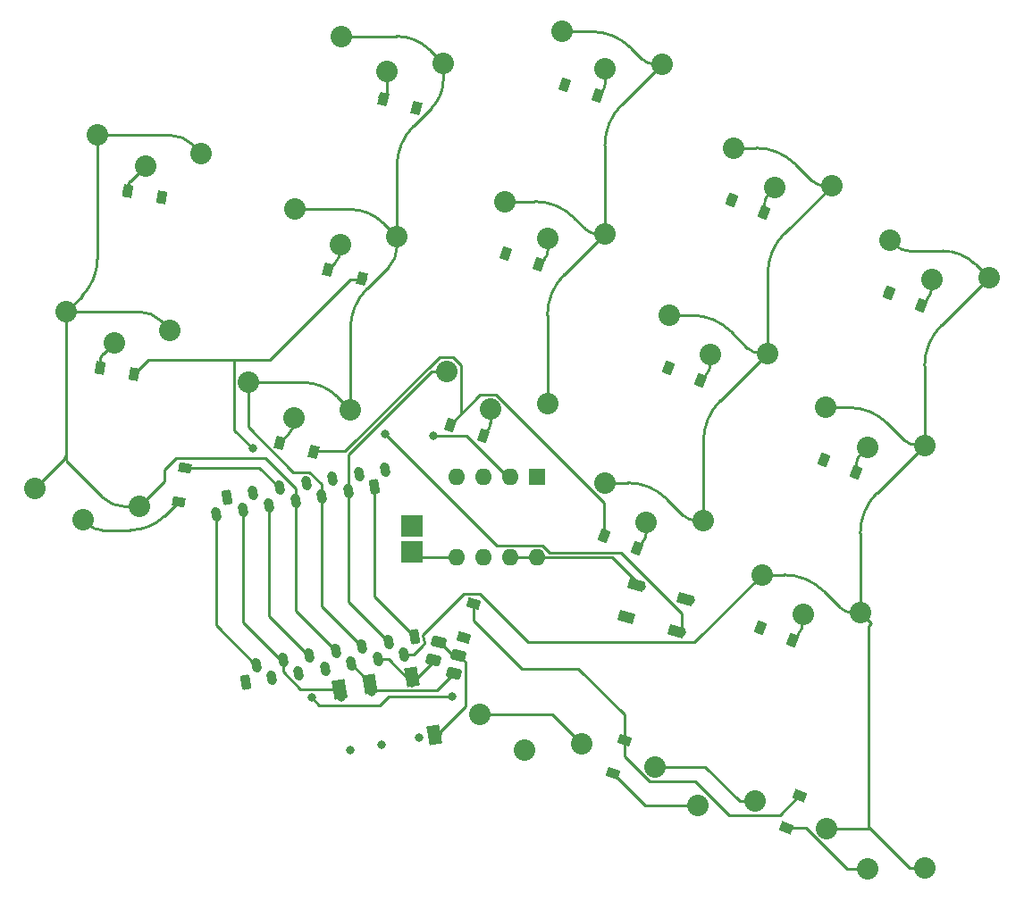
<source format=gbr>
%TF.GenerationSoftware,KiCad,Pcbnew,7.0.5*%
%TF.CreationDate,2023-06-17T18:46:35+04:00*%
%TF.ProjectId,KBD,4b42442e-6b69-4636-9164-5f7063625858,rev?*%
%TF.SameCoordinates,Original*%
%TF.FileFunction,Copper,L1,Top*%
%TF.FilePolarity,Positive*%
%FSLAX46Y46*%
G04 Gerber Fmt 4.6, Leading zero omitted, Abs format (unit mm)*
G04 Created by KiCad (PCBNEW 7.0.5) date 2023-06-17 18:46:35*
%MOMM*%
%LPD*%
G01*
G04 APERTURE LIST*
G04 Aperture macros list*
%AMRoundRect*
0 Rectangle with rounded corners*
0 $1 Rounding radius*
0 $2 $3 $4 $5 $6 $7 $8 $9 X,Y pos of 4 corners*
0 Add a 4 corners polygon primitive as box body*
4,1,4,$2,$3,$4,$5,$6,$7,$8,$9,$2,$3,0*
0 Add four circle primitives for the rounded corners*
1,1,$1+$1,$2,$3*
1,1,$1+$1,$4,$5*
1,1,$1+$1,$6,$7*
1,1,$1+$1,$8,$9*
0 Add four rect primitives between the rounded corners*
20,1,$1+$1,$2,$3,$4,$5,0*
20,1,$1+$1,$4,$5,$6,$7,0*
20,1,$1+$1,$6,$7,$8,$9,0*
20,1,$1+$1,$8,$9,$2,$3,0*%
%AMHorizOval*
0 Thick line with rounded ends*
0 $1 width*
0 $2 $3 position (X,Y) of the first rounded end (center of the circle)*
0 $4 $5 position (X,Y) of the second rounded end (center of the circle)*
0 Add line between two ends*
20,1,$1,$2,$3,$4,$5,0*
0 Add two circle primitives to create the rounded ends*
1,1,$1,$2,$3*
1,1,$1,$4,$5*%
%AMRotRect*
0 Rectangle, with rotation*
0 The origin of the aperture is its center*
0 $1 length*
0 $2 width*
0 $3 Rotation angle, in degrees counterclockwise*
0 Add horizontal line*
21,1,$1,$2,0,0,$3*%
G04 Aperture macros list end*
%TA.AperFunction,SMDPad,CuDef*%
%ADD10RotRect,0.900000X1.200000X165.000000*%
%TD*%
%TA.AperFunction,SMDPad,CuDef*%
%ADD11RotRect,0.900000X1.200000X339.000000*%
%TD*%
%TA.AperFunction,SMDPad,CuDef*%
%ADD12RotRect,0.900000X1.200000X254.000000*%
%TD*%
%TA.AperFunction,SMDPad,CuDef*%
%ADD13RotRect,0.900000X1.200000X170.000000*%
%TD*%
%TA.AperFunction,SMDPad,CuDef*%
%ADD14RotRect,0.900000X1.200000X251.000000*%
%TD*%
%TA.AperFunction,SMDPad,CuDef*%
%ADD15RotRect,0.900000X1.200000X260.000000*%
%TD*%
%TA.AperFunction,SMDPad,CuDef*%
%ADD16RotRect,0.900000X1.200000X342.000000*%
%TD*%
%TA.AperFunction,SMDPad,CuDef*%
%ADD17RotRect,0.900000X1.200000X248.000000*%
%TD*%
%TA.AperFunction,ComponentPad*%
%ADD18R,2.000000X2.000000*%
%TD*%
%TA.AperFunction,ComponentPad*%
%ADD19R,1.600000X1.600000*%
%TD*%
%TA.AperFunction,ComponentPad*%
%ADD20O,1.600000X1.600000*%
%TD*%
%TA.AperFunction,SMDPad,CuDef*%
%ADD21RotRect,1.200000X1.810000X10.000000*%
%TD*%
%TA.AperFunction,SMDPad,CuDef*%
%ADD22RotRect,1.235000X1.810000X10.000000*%
%TD*%
%TA.AperFunction,ComponentPad*%
%ADD23C,2.032000*%
%TD*%
%TA.AperFunction,ComponentPad*%
%ADD24RoundRect,0.225000X-0.139099X-0.506855X0.304065X-0.428713X0.139099X0.506855X-0.304065X0.428713X0*%
%TD*%
%TA.AperFunction,ComponentPad*%
%ADD25HorizOval,0.900000X-0.043412X0.246202X0.043412X-0.246202X0*%
%TD*%
%TA.AperFunction,SMDPad,CuDef*%
%ADD26RoundRect,0.250000X-0.366727X0.370024X-0.502607X-0.137087X0.366727X-0.370024X0.502607X0.137087X0*%
%TD*%
%TA.AperFunction,SMDPad,CuDef*%
%ADD27RotRect,1.500000X1.000000X344.000000*%
%TD*%
%TA.AperFunction,ComponentPad*%
%ADD28RoundRect,0.225000X0.139099X0.506855X-0.304065X0.428713X-0.139099X-0.506855X0.304065X-0.428713X0*%
%TD*%
%TA.AperFunction,ViaPad*%
%ADD29C,0.800000*%
%TD*%
%TA.AperFunction,Conductor*%
%ADD30C,0.250000*%
%TD*%
G04 APERTURE END LIST*
D10*
%TO.P,D4,1,K*%
%TO.N,Row_1*%
X175450778Y-56827051D03*
%TO.P,D4,2,A*%
%TO.N,Net-(D4-A)*%
X172263222Y-55972949D03*
%TD*%
D11*
%TO.P,D7,1,K*%
%TO.N,Row_2*%
X199266592Y-81508693D03*
%TO.P,D7,2,A*%
%TO.N,Net-(D7-A)*%
X202347408Y-82691307D03*
%TD*%
%TO.P,D11,1,K*%
%TO.N,Row_3*%
X207966592Y-106108693D03*
%TO.P,D11,2,A*%
%TO.N,Net-(D11-A)*%
X211047408Y-107291307D03*
%TD*%
%TO.P,D6,1,K*%
%TO.N,Row_2*%
X214016592Y-90208693D03*
%TO.P,D6,2,A*%
%TO.N,Net-(D6-A)*%
X217097408Y-91391307D03*
%TD*%
D10*
%TO.P,D14,1,K*%
%TO.N,Row_3*%
X165650778Y-89427051D03*
%TO.P,D14,2,A*%
%TO.N,Net-(D14-A)*%
X162463222Y-88572949D03*
%TD*%
D12*
%TO.P,D18,1,K*%
%TO.N,Row_4*%
X180814802Y-103860918D03*
%TO.P,D18,2,A*%
%TO.N,Net-(D18-A)*%
X179905198Y-107033082D03*
%TD*%
D13*
%TO.P,D10,1,K*%
%TO.N,Row_2*%
X148681933Y-82086519D03*
%TO.P,D10,2,A*%
%TO.N,Net-(D10-A)*%
X145432067Y-81513481D03*
%TD*%
D14*
%TO.P,D17,1,K*%
%TO.N,Row_4*%
X195121187Y-116790094D03*
%TO.P,D17,2,A*%
%TO.N,Net-(D17-A)*%
X194046813Y-119910306D03*
%TD*%
D15*
%TO.P,D15,1,K*%
%TO.N,Row_3*%
X153448519Y-90958067D03*
%TO.P,D15,2,A*%
%TO.N,Net-(D15-A)*%
X152875481Y-94207933D03*
%TD*%
D11*
%TO.P,D2,1,K*%
%TO.N,Row_1*%
X205266592Y-65608693D03*
%TO.P,D2,2,A*%
%TO.N,Net-(D2-A)*%
X208347408Y-66791307D03*
%TD*%
%TO.P,D12,1,K*%
%TO.N,Row_3*%
X193216592Y-97408693D03*
%TO.P,D12,2,A*%
%TO.N,Net-(D12-A)*%
X196297408Y-98591307D03*
%TD*%
D16*
%TO.P,D3,1,K*%
%TO.N,Row_1*%
X189487757Y-54640122D03*
%TO.P,D3,2,A*%
%TO.N,Net-(D3-A)*%
X192626243Y-55659878D03*
%TD*%
%TO.P,D8,1,K*%
%TO.N,Row_2*%
X183887757Y-70690122D03*
%TO.P,D8,2,A*%
%TO.N,Net-(D8-A)*%
X187026243Y-71709878D03*
%TD*%
D17*
%TO.P,D16,1,K*%
%TO.N,Row_4*%
X211712101Y-122052747D03*
%TO.P,D16,2,A*%
%TO.N,Net-(D16-A)*%
X210475899Y-125112453D03*
%TD*%
D11*
%TO.P,D1,1,K*%
%TO.N,Row_1*%
X220166592Y-74358693D03*
%TO.P,D1,2,A*%
%TO.N,Net-(D1-A)*%
X223247408Y-75541307D03*
%TD*%
D10*
%TO.P,D9,1,K*%
%TO.N,Row_2*%
X170250778Y-73027051D03*
%TO.P,D9,2,A*%
%TO.N,Net-(D9-A)*%
X167063222Y-72172949D03*
%TD*%
D13*
%TO.P,D5,1,K*%
%TO.N,Row_1*%
X151281933Y-65286519D03*
%TO.P,D5,2,A*%
%TO.N,Net-(D5-A)*%
X148032067Y-64713481D03*
%TD*%
D16*
%TO.P,D13,1,K*%
%TO.N,Row_3*%
X178587757Y-86890122D03*
%TO.P,D13,2,A*%
%TO.N,Net-(D13-A)*%
X181726243Y-87909878D03*
%TD*%
D18*
%TO.P,TP2,1,1*%
%TO.N,MCU_Bat+*%
X175006000Y-98933000D03*
%TD*%
%TO.P,TP1,1,1*%
%TO.N,Bat+*%
X175006000Y-96520000D03*
%TD*%
D19*
%TO.P,SW19,1*%
%TO.N,3.3V*%
X186807000Y-91863500D03*
D20*
%TO.P,SW19,2*%
%TO.N,5V*%
X184267000Y-91863500D03*
%TO.P,SW19,3*%
%TO.N,SCL*%
X181727000Y-91863500D03*
%TO.P,SW19,4*%
%TO.N,Bat+*%
X179187000Y-91863500D03*
%TO.P,SW19,5*%
%TO.N,MCU_Bat+*%
X179187000Y-99483500D03*
%TO.P,SW19,6*%
%TO.N,LED_IN*%
X181727000Y-99483500D03*
%TO.P,SW19,7*%
%TO.N,LED_PWR*%
X184267000Y-99483500D03*
%TO.P,SW19,8*%
X186807000Y-99483500D03*
%TD*%
D21*
%TO.P,J3,R1*%
%TO.N,SDA*%
X171047211Y-111455722D03*
D22*
%TO.P,J3,R2*%
%TO.N,0V*%
X168110022Y-111973628D03*
D21*
%TO.P,J3,S*%
%TO.N,I2CPullUp*%
X177078626Y-116291849D03*
%TO.P,J3,T*%
%TO.N,SCL*%
X174986442Y-110761129D03*
%TD*%
D23*
%TO.P,SW1,1,1*%
%TO.N,Net-(D1-A)*%
X224234883Y-73137258D03*
%TO.P,SW1,2,2*%
%TO.N,Column_1*%
X220319554Y-69384899D03*
X229655358Y-72968578D03*
%TD*%
%TO.P,SW13,1,1*%
%TO.N,Net-(D13-A)*%
X182420434Y-85366801D03*
%TO.P,SW13,2,2*%
%TO.N,Column_3*%
X178314087Y-81824498D03*
X187824652Y-84914668D03*
%TD*%
%TO.P,SW5,1,1*%
%TO.N,Net-(D5-A)*%
X149745128Y-62371034D03*
%TO.P,SW5,2,2*%
%TO.N,Column_5*%
X145185750Y-59434697D03*
X155033828Y-61171178D03*
%TD*%
D24*
%TO.P,J1,1,Pin_1*%
%TO.N,Row_1*%
X159245000Y-111322000D03*
D25*
%TO.P,J1,2,Pin_2*%
%TO.N,Row_2*%
X161707019Y-110887880D03*
%TO.P,J1,3,Pin_3*%
%TO.N,Row_3*%
X164247823Y-110439867D03*
%TO.P,J1,4,Pin_4*%
%TO.N,Row_4*%
X166749235Y-109998801D03*
%TO.P,J1,5,Pin_5*%
%TO.N,SDA*%
X169250647Y-109557735D03*
%TO.P,J1,6,Pin_6*%
%TO.N,SCL*%
X171752058Y-109116668D03*
%TO.P,J1,7,Pin_7*%
%TO.N,Column_1*%
X174253470Y-108675602D03*
%TD*%
D23*
%TO.P,SW11,1,1*%
%TO.N,Net-(D11-A)*%
X212050373Y-104878992D03*
%TO.P,SW11,2,2*%
%TO.N,Column_1*%
X208135044Y-101126633D03*
X217470848Y-104710312D03*
%TD*%
%TO.P,SW17,1,1*%
%TO.N,Net-(D17-A)*%
X202067796Y-122950935D03*
%TO.P,SW17,2,2*%
%TO.N,Column_2*%
X198023896Y-119337505D03*
X207479082Y-122593186D03*
%TD*%
%TO.P,SW4,1,1*%
%TO.N,Net-(D4-A)*%
X172585493Y-53372126D03*
%TO.P,SW4,2,2*%
%TO.N,Column_4*%
X168299383Y-50049587D03*
X177958642Y-52637777D03*
%TD*%
D26*
%TO.P,R2,1*%
%TO.N,I2CPullUp*%
X177528172Y-107449593D03*
%TO.P,R2,2*%
%TO.N,SCL*%
X177055828Y-109212407D03*
%TD*%
D23*
%TO.P,SW10,1,1*%
%TO.N,Net-(D10-A)*%
X146793109Y-79112765D03*
%TO.P,SW10,2,2*%
%TO.N,Column_5*%
X142233731Y-76176428D03*
X152081809Y-77912909D03*
%TD*%
%TO.P,SW7,1,1*%
%TO.N,Net-(D7-A)*%
X203287138Y-80270726D03*
%TO.P,SW7,2,2*%
%TO.N,Column_2*%
X199371809Y-76518367D03*
X208707613Y-80102046D03*
%TD*%
%TO.P,SW16,1,1*%
%TO.N,Net-(D16-A)*%
X218153136Y-128992945D03*
%TO.P,SW16,2,2*%
%TO.N,Column_1*%
X214303891Y-125172826D03*
X223575729Y-128918892D03*
%TD*%
D27*
%TO.P,D19,1,VDD*%
%TO.N,LED_PWR*%
X196205929Y-102053670D03*
%TO.P,D19,2,DOUT*%
%TO.N,unconnected-(D19-DOUT-Pad2)*%
X195323889Y-105129707D03*
%TO.P,D19,3,VSS*%
%TO.N,0V*%
X200034071Y-106480330D03*
%TO.P,D19,4,DIN*%
%TO.N,LED_IN*%
X200916111Y-103404293D03*
%TD*%
D23*
%TO.P,SW3,1,1*%
%TO.N,Net-(D3-A)*%
X193307434Y-53154486D03*
%TO.P,SW3,2,2*%
%TO.N,Column_3*%
X189201087Y-49612183D03*
X198711652Y-52702353D03*
%TD*%
%TO.P,SW18,1,1*%
%TO.N,Net-(D18-A)*%
X185688285Y-117759047D03*
%TO.P,SW18,2,2*%
%TO.N,Column_3*%
X181460815Y-114362211D03*
X191073432Y-117118584D03*
%TD*%
%TO.P,SW9,1,1*%
%TO.N,Net-(D9-A)*%
X168185568Y-69792865D03*
%TO.P,SW9,2,2*%
%TO.N,Column_4*%
X163899458Y-66470326D03*
X173558717Y-69058516D03*
%TD*%
%TO.P,SW6,1,1*%
%TO.N,Net-(D6-A)*%
X218142629Y-89008125D03*
%TO.P,SW6,2,2*%
%TO.N,Column_1*%
X214227300Y-85255766D03*
X223563104Y-88839445D03*
%TD*%
%TO.P,SW2,1,1*%
%TO.N,Net-(D2-A)*%
X209379393Y-64399859D03*
%TO.P,SW2,2,2*%
%TO.N,Column_2*%
X205464064Y-60647500D03*
X214799868Y-64231179D03*
%TD*%
%TO.P,SW14,1,1*%
%TO.N,Net-(D14-A)*%
X163785645Y-86213604D03*
%TO.P,SW14,2,2*%
%TO.N,Column_4*%
X159499535Y-82891065D03*
X169158794Y-85479255D03*
%TD*%
D28*
%TO.P,J2,1,Pin_1*%
%TO.N,Column_2*%
X171453470Y-92775602D03*
D25*
%TO.P,J2,2,Pin_2*%
%TO.N,Column_3*%
X168952058Y-93216668D03*
%TO.P,J2,3,Pin_3*%
%TO.N,Column_4*%
X166450647Y-93657735D03*
%TO.P,J2,4,Pin_4*%
%TO.N,Column_5*%
X163949235Y-94098801D03*
%TO.P,J2,5,Pin_5*%
%TO.N,3.3V*%
X161447823Y-94539867D03*
%TO.P,J2,6,Pin_6*%
%TO.N,0V*%
X158946412Y-94980934D03*
%TO.P,J2,7,Pin_7*%
%TO.N,5V*%
X156445000Y-95422000D03*
%TD*%
D23*
%TO.P,SW15,1,1*%
%TO.N,Net-(D15-A)*%
X143841090Y-95854498D03*
%TO.P,SW15,2,2*%
%TO.N,Column_5*%
X139281712Y-92918161D03*
X149129790Y-94654642D03*
%TD*%
%TO.P,SW8,1,1*%
%TO.N,Net-(D8-A)*%
X187863933Y-69260644D03*
%TO.P,SW8,2,2*%
%TO.N,Column_3*%
X183757586Y-65718341D03*
X193268151Y-68808511D03*
%TD*%
D26*
%TO.P,R1,1*%
%TO.N,I2CPullUp*%
X179415344Y-108727186D03*
%TO.P,R1,2*%
%TO.N,SDA*%
X178943000Y-110490000D03*
%TD*%
D23*
%TO.P,SW12,1,1*%
%TO.N,Net-(D12-A)*%
X197194882Y-96141594D03*
%TO.P,SW12,2,2*%
%TO.N,Column_2*%
X193279553Y-92389235D03*
X202615357Y-95972914D03*
%TD*%
D28*
%TO.P,J2,1,Pin_1*%
%TO.N,Column_2*%
X175264650Y-107015370D03*
D25*
%TO.P,J2,2,Pin_2*%
%TO.N,Column_3*%
X172763238Y-107456436D03*
%TO.P,J2,3,Pin_3*%
%TO.N,Column_4*%
X170261827Y-107897503D03*
%TO.P,J2,4,Pin_4*%
%TO.N,Column_5*%
X167760415Y-108338569D03*
%TO.P,J2,5,Pin_5*%
%TO.N,3.3V*%
X165259003Y-108779635D03*
%TO.P,J2,6,Pin_6*%
%TO.N,0V*%
X162757592Y-109220702D03*
%TO.P,J2,7,Pin_7*%
%TO.N,5V*%
X160256180Y-109661768D03*
%TD*%
D24*
%TO.P,J1,1,Pin_1*%
%TO.N,Row_1*%
X157449200Y-93763000D03*
D25*
%TO.P,J1,2,Pin_2*%
%TO.N,Row_2*%
X159911219Y-93328880D03*
%TO.P,J1,3,Pin_3*%
%TO.N,Row_3*%
X162452023Y-92880867D03*
%TO.P,J1,4,Pin_4*%
%TO.N,Row_4*%
X164953435Y-92439801D03*
%TO.P,J1,5,Pin_5*%
%TO.N,SDA*%
X167454847Y-91998735D03*
%TO.P,J1,6,Pin_6*%
%TO.N,SCL*%
X169956258Y-91557668D03*
%TO.P,J1,7,Pin_7*%
%TO.N,Column_1*%
X172457670Y-91116602D03*
%TD*%
D29*
%TO.N,Row_4*%
X178816000Y-112649000D03*
X165481000Y-112776000D03*
%TO.N,0V*%
X172466000Y-87757000D03*
%TO.N,5V*%
X177038000Y-87958500D03*
%TO.N,Row_1*%
X220091000Y-74295000D03*
X205232000Y-65532000D03*
X151257000Y-65405000D03*
X175514000Y-56769000D03*
X189484000Y-54610000D03*
%TO.N,Row_2*%
X199263000Y-81534000D03*
X213995000Y-90170000D03*
X183896000Y-70612000D03*
X170307000Y-73152000D03*
X148717000Y-82042000D03*
X159893000Y-89154000D03*
%TO.N,Row_3*%
X207899000Y-106172000D03*
X178562000Y-86995000D03*
X193167000Y-97409000D03*
X165735000Y-89408000D03*
X153416000Y-90932000D03*
%TO.N,Row_4*%
X195142800Y-116775400D03*
X211678200Y-122058600D03*
X180817200Y-103846800D03*
%TO.N,Net-(D1-A)*%
X223266000Y-75438000D03*
%TO.N,Net-(D2-A)*%
X208407000Y-66802000D03*
%TO.N,Net-(D3-A)*%
X192659000Y-55626000D03*
%TO.N,Net-(D4-A)*%
X172212000Y-55880000D03*
%TO.N,Net-(D5-A)*%
X147955000Y-64770000D03*
%TO.N,Net-(D6-A)*%
X217043000Y-91440000D03*
%TO.N,Net-(D7-A)*%
X202311000Y-82677000D03*
%TO.N,Net-(D8-A)*%
X187071000Y-71628000D03*
%TO.N,Net-(D9-A)*%
X167005000Y-72263000D03*
%TO.N,Net-(D10-A)*%
X145415000Y-81407000D03*
%TO.N,Net-(D11-A)*%
X211074000Y-107315000D03*
%TO.N,Net-(D12-A)*%
X196342000Y-98679000D03*
%TO.N,Net-(D13-A)*%
X181737000Y-88011000D03*
%TO.N,Net-(D14-A)*%
X162433000Y-88519000D03*
%TO.N,Net-(D15-A)*%
X152908000Y-94234000D03*
%TO.N,Net-(D16-A)*%
X210484400Y-125132000D03*
%TO.N,Net-(D17-A)*%
X194076000Y-119925000D03*
%TO.N,Net-(D18-A)*%
X179928200Y-107021800D03*
%TO.N,SDA*%
X171196000Y-112268000D03*
X172085000Y-117221000D03*
%TO.N,SCL*%
X174980149Y-111350251D03*
X175641000Y-116586000D03*
%TO.N,0V*%
X200533000Y-106553000D03*
X168275000Y-112776000D03*
X169164000Y-117729000D03*
%TO.N,LED_IN*%
X201422000Y-103505000D03*
%TO.N,I2CPullUp*%
X177546000Y-107442000D03*
X177419000Y-116205000D03*
%TO.N,LED_PWR*%
X196723000Y-102235000D03*
%TD*%
D30*
%TO.N,LED_PWR*%
X193971500Y-99483500D02*
X186807000Y-99483500D01*
X196723000Y-102235000D02*
X193971500Y-99483500D01*
%TO.N,Row_4*%
X171911819Y-113501000D02*
X172763819Y-112649000D01*
X172763819Y-112649000D02*
X178816000Y-112649000D01*
X166206000Y-113501000D02*
X171911819Y-113501000D01*
X165481000Y-112776000D02*
X166206000Y-113501000D01*
%TO.N,Net-(D15-A)*%
X148348632Y-96870497D02*
X145575508Y-96870497D01*
X151531165Y-95552248D02*
X152828700Y-94254713D01*
X144349089Y-96362497D02*
X143841090Y-95854498D01*
%TO.N,Column_5*%
X148663431Y-94654642D02*
X147825457Y-94654642D01*
X142375543Y-90509060D02*
X145598822Y-93732339D01*
%TO.N,Row_3*%
X178908498Y-80483498D02*
X179655087Y-81230087D01*
X177581851Y-80483498D02*
X178908498Y-80483498D01*
X179655087Y-81230087D02*
X179655087Y-85747739D01*
X168657349Y-89408000D02*
X177581851Y-80483498D01*
X165735000Y-89408000D02*
X168657349Y-89408000D01*
%TO.N,MCU_Bat+*%
X175556500Y-99483500D02*
X175006000Y-98933000D01*
X179187000Y-99483500D02*
X175556500Y-99483500D01*
%TO.N,Column_2*%
X171453470Y-103204190D02*
X175264650Y-107015370D01*
X171453470Y-92775602D02*
X171453470Y-103204190D01*
%TO.N,Column_3*%
X168952058Y-103645256D02*
X168952058Y-93216668D01*
X172763238Y-107456436D02*
X168952058Y-103645256D01*
%TO.N,Column_4*%
X166450647Y-104093647D02*
X166450647Y-93657735D01*
X170254503Y-107897503D02*
X166450647Y-104093647D01*
X170261827Y-107897503D02*
X170254503Y-107897503D01*
%TO.N,Column_5*%
X163949235Y-104513235D02*
X163949235Y-94098801D01*
X167760415Y-108324415D02*
X163949235Y-104513235D01*
X167760415Y-108338569D02*
X167760415Y-108324415D01*
%TO.N,3.3V*%
X165167635Y-108779635D02*
X161447823Y-105059823D01*
X161447823Y-105059823D02*
X161447823Y-94539867D01*
X165259003Y-108779635D02*
X165167635Y-108779635D01*
%TO.N,0V*%
X158946412Y-105606412D02*
X158946412Y-94980934D01*
X162560702Y-109220702D02*
X158946412Y-105606412D01*
X162757592Y-109220702D02*
X162560702Y-109220702D01*
%TO.N,5V*%
X156464000Y-95441000D02*
X156445000Y-95422000D01*
X160207768Y-109661768D02*
X156464000Y-105918000D01*
X160256180Y-109661768D02*
X160207768Y-109661768D01*
X156464000Y-105918000D02*
X156464000Y-95441000D01*
%TO.N,Row_3*%
X181452078Y-84025801D02*
X178587757Y-86890122D01*
X193216592Y-94266498D02*
X182975895Y-84025801D01*
X182975895Y-84025801D02*
X181452078Y-84025801D01*
X193216592Y-97408693D02*
X193216592Y-94266498D01*
%TO.N,Column_1*%
X181423968Y-102937968D02*
X179891032Y-102937968D01*
X185978689Y-107492689D02*
X181423968Y-102937968D01*
X208135044Y-101126633D02*
X201768988Y-107492689D01*
X201768988Y-107492689D02*
X185978689Y-107492689D01*
%TO.N,0V*%
X188060500Y-99033500D02*
X194778047Y-99033500D01*
X200533000Y-104788453D02*
X200533000Y-106553000D01*
X183067500Y-98358500D02*
X187385500Y-98358500D01*
X172466000Y-87757000D02*
X183067500Y-98358500D01*
X187385500Y-98358500D02*
X188060500Y-99033500D01*
X194778047Y-99033500D02*
X200533000Y-104788453D01*
%TO.N,LED_PWR*%
X184267000Y-99483500D02*
X186807000Y-99483500D01*
%TO.N,5V*%
X177038000Y-87958500D02*
X180160500Y-87958500D01*
X180160500Y-87958500D02*
X184065500Y-91863500D01*
X184065500Y-91863500D02*
X184267000Y-91863500D01*
%TO.N,Row_1*%
X220107105Y-74299206D02*
X220166592Y-74358693D01*
X220096949Y-74295000D02*
X220091000Y-74295000D01*
X220091000Y-74295000D02*
X220091000Y-74283101D01*
X220107088Y-74299223D02*
G75*
G03*
X220096949Y-74295000I-10188J-10177D01*
G01*
%TO.N,Row_2*%
X158242000Y-80772000D02*
X161544000Y-80772000D01*
X159893000Y-89154000D02*
X158158535Y-87419535D01*
X148717000Y-82042000D02*
X149987000Y-80772000D01*
X158158535Y-87419535D02*
X158158535Y-80855465D01*
X169164000Y-73152000D02*
X161544000Y-80772000D01*
X158158535Y-80855465D02*
X158242000Y-80772000D01*
X170307000Y-73152000D02*
X169164000Y-73152000D01*
X149987000Y-80772000D02*
X158242000Y-80772000D01*
%TO.N,Row_3*%
X160529223Y-90958067D02*
X153448519Y-90958067D01*
X162452023Y-92880867D02*
X160529223Y-90958067D01*
X162452023Y-92880867D02*
X162452023Y-92625806D01*
%TO.N,Row_4*%
X211706248Y-122058600D02*
X211678200Y-122058600D01*
X167061288Y-110310854D02*
X166749235Y-109998801D01*
X209830662Y-123934186D02*
X205044786Y-123934186D01*
X211678200Y-122086648D02*
X209830662Y-123934186D01*
X211678200Y-122058600D02*
X211678200Y-122086648D01*
X180814802Y-103860918D02*
X180817200Y-103846800D01*
X180817200Y-103846800D02*
X180814802Y-105419202D01*
X195121187Y-114366187D02*
X195142800Y-116775400D01*
X185393703Y-109998103D02*
X190753103Y-109998103D01*
X197468435Y-120678505D02*
X195121187Y-118331257D01*
X195121187Y-118331257D02*
X195121187Y-116790094D01*
X180814802Y-105419202D02*
X185393703Y-109998103D01*
X195142800Y-116775400D02*
X195121187Y-116790094D01*
X211712101Y-122052747D02*
X211706248Y-122058600D01*
X205044786Y-123934186D02*
X201789105Y-120678505D01*
X190753103Y-109998103D02*
X195121187Y-114366187D01*
X201789105Y-120678505D02*
X197468435Y-120678505D01*
%TO.N,Column_1*%
X210292686Y-101126633D02*
X208135044Y-101126633D01*
X213929950Y-85255766D02*
X213884205Y-85255766D01*
X223575729Y-128918892D02*
X222138889Y-128918892D01*
X225156896Y-77467039D02*
X229655358Y-72968578D01*
X214318791Y-85255766D02*
X214227299Y-85255766D01*
X223563104Y-88480235D02*
X223563104Y-81314795D01*
X214959232Y-85255766D02*
X214593265Y-85255766D01*
X222138889Y-128918892D02*
X218392823Y-125172826D01*
X175159143Y-108675602D02*
X174253470Y-108675602D01*
X213929950Y-85255766D02*
X213952823Y-85255766D01*
X214135807Y-85255766D02*
X214044314Y-85255766D01*
X176015934Y-106813066D02*
X176149919Y-107572932D01*
X213884205Y-85255766D02*
X213861333Y-85255766D01*
X214318791Y-85255766D02*
X214341663Y-85255766D01*
X176149919Y-107572932D02*
X175888578Y-107946167D01*
X214478900Y-85255766D02*
X214341663Y-85255766D01*
X220827553Y-69892898D02*
X220319554Y-69384899D01*
X228371518Y-71684738D02*
X229655358Y-72968578D01*
X223203894Y-88839445D02*
X222844684Y-88839445D01*
X219064640Y-93337908D02*
X223309104Y-89093444D01*
X214044314Y-85255766D02*
X213952823Y-85255766D01*
X179891032Y-102937968D02*
X176015934Y-106813066D01*
X214959232Y-85255766D02*
X216384942Y-85255766D01*
X217470848Y-104653247D02*
X217470848Y-97185664D01*
X214227299Y-85255766D02*
X214135807Y-85255766D01*
X215526008Y-104202312D02*
X213976012Y-102652316D01*
X218392823Y-125172826D02*
X214303891Y-125172826D01*
X217470848Y-104710312D02*
X218486847Y-105726311D01*
X225272054Y-70400898D02*
X222053972Y-70400898D01*
X218486847Y-105726311D02*
X218273815Y-105939343D01*
X175888578Y-107946167D02*
X175159143Y-108675602D01*
X220068268Y-86781449D02*
X221618264Y-88331445D01*
X216752428Y-104710312D02*
X217413783Y-104710312D01*
X218273815Y-125053818D02*
X218392823Y-125172826D01*
X218273815Y-105939343D02*
X218273815Y-125053818D01*
X214593265Y-85255766D02*
X214478900Y-85255766D01*
X217430446Y-104750612D02*
G75*
G03*
X217413783Y-104710312I-16646J16712D01*
G01*
X225156889Y-77467032D02*
G75*
G03*
X223563104Y-81314795I3847811J-3847768D01*
G01*
X221618267Y-88331442D02*
G75*
G03*
X222844684Y-88839445I1226433J1226442D01*
G01*
X220827571Y-69892880D02*
G75*
G03*
X222053972Y-70400898I1226429J1226380D01*
G01*
X217430510Y-104750676D02*
G75*
G03*
X217390146Y-104848078I97390J-97424D01*
G01*
X217413783Y-104710248D02*
G75*
G03*
X217470848Y-104653247I17J57048D01*
G01*
X223203894Y-88839404D02*
G75*
G03*
X223563104Y-88480235I6J359204D01*
G01*
X213976010Y-102652318D02*
G75*
G03*
X210292686Y-101126633I-3683310J-3683282D01*
G01*
X215525996Y-104202324D02*
G75*
G03*
X216752428Y-104710312I1226404J1226424D01*
G01*
X228371541Y-71684715D02*
G75*
G03*
X225272054Y-70400898I-3099441J-3099485D01*
G01*
X220068252Y-86781465D02*
G75*
G03*
X216384942Y-85255766I-3683352J-3683335D01*
G01*
X219064658Y-93337926D02*
G75*
G03*
X217470848Y-97185664I3847742J-3847774D01*
G01*
X223309066Y-89093406D02*
G75*
G03*
X223203894Y-88839445I-105166J105206D01*
G01*
X217430470Y-104750636D02*
G75*
G03*
X217470848Y-104653247I-97370J97436D01*
G01*
X223309086Y-89093426D02*
G75*
G03*
X223563104Y-88480235I-613186J613226D01*
G01*
%TO.N,Column_2*%
X207989193Y-80102046D02*
X208348403Y-80102046D01*
X200670517Y-95464914D02*
X199120521Y-93914918D01*
X204209149Y-84600509D02*
X208453613Y-80356045D01*
X171646653Y-92582418D02*
X171453470Y-92775602D01*
X193279553Y-92389235D02*
X195437195Y-92389235D01*
X207479082Y-122593186D02*
X206042242Y-122593186D01*
X201529451Y-76518367D02*
X199371809Y-76518367D01*
X214616885Y-64231179D02*
X214982851Y-64231179D01*
X202786561Y-119337505D02*
X198023896Y-119337505D01*
X214982851Y-64231179D02*
X215165834Y-64231179D01*
X202615357Y-95254494D02*
X202615357Y-88448265D01*
X208707613Y-79742836D02*
X208707613Y-72577397D01*
X210301405Y-68729641D02*
X214670479Y-64360567D01*
X214081448Y-64231179D02*
X214616885Y-64231179D01*
X206042242Y-122593186D02*
X202786561Y-119337505D01*
X207621706Y-60647500D02*
X205464064Y-60647500D01*
X212855028Y-63723179D02*
X211305032Y-62173183D01*
X206762773Y-79594046D02*
X205212777Y-78044050D01*
X206762771Y-79594048D02*
G75*
G03*
X207989193Y-80102046I1226429J1226448D01*
G01*
X201896937Y-95972957D02*
G75*
G03*
X202615357Y-95254494I-37J718457D01*
G01*
X204209168Y-84600528D02*
G75*
G03*
X202615357Y-88448265I3847732J-3847772D01*
G01*
X214982851Y-64231203D02*
G75*
G03*
X214670479Y-64360567I-51J-441697D01*
G01*
X214670520Y-64360608D02*
G75*
G03*
X214616885Y-64231179I-53620J53608D01*
G01*
X208453596Y-80356028D02*
G75*
G03*
X208707613Y-79742836I-613196J613228D01*
G01*
X208348403Y-80102013D02*
G75*
G03*
X208707613Y-79742836I-3J359213D01*
G01*
X205212806Y-78044021D02*
G75*
G03*
X201529451Y-76518367I-3683306J-3683379D01*
G01*
X199120514Y-93914925D02*
G75*
G03*
X195437195Y-92389235I-3683314J-3683275D01*
G01*
X210301399Y-68729635D02*
G75*
G03*
X208707613Y-72577397I3847801J-3847765D01*
G01*
X212855012Y-63723195D02*
G75*
G03*
X214081448Y-64231179I1226388J1226395D01*
G01*
X208453569Y-80356001D02*
G75*
G03*
X208348403Y-80102046I-105169J105201D01*
G01*
X202107347Y-96480903D02*
G75*
G03*
X201896937Y-95972914I-210447J210403D01*
G01*
X211305027Y-62173188D02*
G75*
G03*
X207621706Y-60647500I-3683327J-3683312D01*
G01*
X202107368Y-96480924D02*
G75*
G03*
X202615357Y-95254494I-1226468J1226424D01*
G01*
X200670500Y-95464931D02*
G75*
G03*
X201896937Y-95972914I1226400J1226431D01*
G01*
%TO.N,Column_3*%
X191999561Y-49612183D02*
X189201087Y-49612183D01*
X187824652Y-76505973D02*
X187824652Y-84196248D01*
X191404420Y-68321697D02*
X190346149Y-67263426D01*
X176877247Y-81824498D02*
X178314087Y-81824498D01*
X168952058Y-93216668D02*
X168952058Y-89749687D01*
X192579692Y-68808511D02*
X192923921Y-68808511D01*
X191073432Y-117118584D02*
X188317059Y-114362211D01*
X189418444Y-72658217D02*
X193024743Y-69051917D01*
X188317059Y-114362211D02*
X181460815Y-114362211D01*
X193268151Y-68464281D02*
X193268151Y-60399817D01*
X186615983Y-65718341D02*
X183757586Y-65718341D01*
X198203652Y-53210352D02*
X194861943Y-56552061D01*
X195729727Y-51157268D02*
X196766812Y-52194353D01*
X168952058Y-89749687D02*
X176877247Y-81824498D01*
X190346159Y-67263416D02*
G75*
G03*
X186615983Y-65718341I-3730159J-3730184D01*
G01*
X194861935Y-56552053D02*
G75*
G03*
X193268151Y-60399817I3847765J-3847747D01*
G01*
X195729739Y-51157256D02*
G75*
G03*
X191999561Y-49612183I-3730139J-3730144D01*
G01*
X196766789Y-52194376D02*
G75*
G03*
X197993232Y-52702353I1226411J1226476D01*
G01*
X198203598Y-53210298D02*
G75*
G03*
X197993232Y-52702353I-210398J210398D01*
G01*
X192923921Y-68808551D02*
G75*
G03*
X193268151Y-68464281I-21J344251D01*
G01*
X191404419Y-68321698D02*
G75*
G03*
X192579692Y-68808511I1175281J1175298D01*
G01*
X193024739Y-69051913D02*
G75*
G03*
X192923921Y-68808511I-100839J100813D01*
G01*
X193024755Y-69051929D02*
G75*
G03*
X193268151Y-68464281I-587655J587629D01*
G01*
X189418458Y-72658231D02*
G75*
G03*
X187824652Y-76505973I3847742J-3847769D01*
G01*
X187106232Y-84914652D02*
G75*
G03*
X187824652Y-84196248I-32J718452D01*
G01*
%TO.N,Column_4*%
X177958642Y-54195992D02*
X177958642Y-52637777D01*
X175152509Y-58560339D02*
X176856817Y-56856031D01*
X163752236Y-91374629D02*
X165288629Y-91374629D01*
X172817804Y-71895044D02*
X170752586Y-73960262D01*
X173558717Y-69058516D02*
X173558717Y-70106324D01*
X165288629Y-91374629D02*
X166450647Y-92536647D01*
X173558717Y-62408095D02*
X173558717Y-69058516D01*
X173558717Y-69058516D02*
X172264622Y-67764421D01*
X159499535Y-87121928D02*
X163752236Y-91374629D01*
X169158794Y-77808018D02*
X169158794Y-84541855D01*
X163594716Y-66470326D02*
X163547833Y-66470326D01*
X163711924Y-66470326D02*
X163618158Y-66470326D01*
X166450647Y-93657735D02*
X166565736Y-93542646D01*
X163993224Y-66470326D02*
X163899457Y-66470326D01*
X176664547Y-51343682D02*
X177958642Y-52637777D01*
X164274524Y-66470326D02*
X164157316Y-66470326D01*
X163805690Y-66470326D02*
X163711924Y-66470326D01*
X166450647Y-92536647D02*
X166450647Y-93657735D01*
X163899457Y-66470326D02*
X163805690Y-66470326D01*
X164649590Y-66470326D02*
X169140400Y-66470326D01*
X163993224Y-66470326D02*
X164016666Y-66470326D01*
X159499535Y-82891065D02*
X159499535Y-87121928D01*
X164649590Y-66470326D02*
X164274524Y-66470326D01*
X164157316Y-66470326D02*
X164016666Y-66470326D01*
X164740477Y-82891065D02*
X159499535Y-82891065D01*
X173540325Y-50049587D02*
X168299383Y-50049587D01*
X168495952Y-84816413D02*
X167864699Y-84185160D01*
X163547833Y-66470326D02*
X163524392Y-66470326D01*
X163594716Y-66470326D02*
X163618158Y-66470326D01*
X167864714Y-84185145D02*
G75*
G03*
X164740477Y-82891065I-3124214J-3124255D01*
G01*
X175152505Y-58560335D02*
G75*
G03*
X173558717Y-62408095I3847795J-3847765D01*
G01*
X172264613Y-67764430D02*
G75*
G03*
X169140400Y-66470326I-3124213J-3124170D01*
G01*
X176664534Y-51343695D02*
G75*
G03*
X173540325Y-50049587I-3124234J-3124205D01*
G01*
X168495917Y-84816448D02*
G75*
G03*
X169158794Y-84541855I274583J274548D01*
G01*
X172817789Y-71895029D02*
G75*
G03*
X173558717Y-70106324I-1788689J1788729D01*
G01*
X170752586Y-73960262D02*
G75*
G03*
X169158794Y-77808018I3847714J-3847738D01*
G01*
X176856817Y-56856031D02*
G75*
G03*
X177958642Y-54195992I-2660017J2660031D01*
G01*
%TO.N,Column_5*%
X152611285Y-90085715D02*
X161078715Y-90085715D01*
X142091918Y-90107954D02*
X139281712Y-92918161D01*
X161078715Y-90085715D02*
X163949235Y-92956235D01*
X154165587Y-60302937D02*
X155033828Y-61171178D01*
X149129790Y-94654642D02*
X151507957Y-92276475D01*
X142233731Y-89765589D02*
X142233731Y-76176428D01*
X163949235Y-92956235D02*
X163949235Y-94098801D01*
X149117450Y-76176428D02*
X142233731Y-76176428D01*
X152069469Y-59434697D02*
X145185750Y-59434697D01*
X145185750Y-59434697D02*
X145185750Y-71137016D01*
X142233731Y-89765589D02*
X142233731Y-90166695D01*
X151507957Y-91189043D02*
X152611285Y-90085715D01*
X143709740Y-74700418D02*
X142233731Y-76176428D01*
X151213568Y-77044668D02*
X152081809Y-77912909D01*
X151507957Y-92276475D02*
X151507957Y-91189043D01*
X142233732Y-90166695D02*
G75*
G03*
X142375543Y-90509060I484168J-5D01*
G01*
X145598842Y-93732319D02*
G75*
G03*
X147825457Y-94654642I2226658J2226619D01*
G01*
X142233804Y-90166695D02*
G75*
G03*
X142091919Y-90107955I-83104J-5D01*
G01*
X151213596Y-77044640D02*
G75*
G03*
X149117450Y-76176428I-2096096J-2096160D01*
G01*
X143709740Y-74700418D02*
G75*
G03*
X145185750Y-71137016I-3563440J3563418D01*
G01*
X148663431Y-94654648D02*
G75*
G03*
X149459555Y-94324876I-31J1125948D01*
G01*
X154165611Y-60302913D02*
G75*
G03*
X152069469Y-59434697I-2096111J-2096187D01*
G01*
X142091914Y-90107950D02*
G75*
G03*
X142233731Y-89765589I-342314J342350D01*
G01*
%TO.N,Net-(D1-A)*%
X223244857Y-75565000D02*
X223240468Y-75565000D01*
X224234883Y-73928630D02*
X224234883Y-73137258D01*
X223266000Y-75522715D02*
X223266000Y-75522715D01*
X223235561Y-75553153D02*
X223247408Y-75541307D01*
X223266000Y-75438000D02*
X223266000Y-75522715D01*
X223266000Y-75543857D02*
X223266000Y-75522715D01*
X223308357Y-75438000D02*
X223266000Y-75438000D01*
X223792798Y-74995915D02*
X223380666Y-75408048D01*
X223266000Y-75522715D02*
G75*
G02*
X223266000Y-75522715I0J0D01*
G01*
X223792786Y-74995903D02*
G75*
G03*
X224234883Y-73928630I-1067286J1067303D01*
G01*
X223244857Y-75565000D02*
G75*
G03*
X223266000Y-75543857I43J21100D01*
G01*
X223266000Y-75522715D02*
G75*
G02*
X223266000Y-75522715I0J0D01*
G01*
X223308357Y-75437957D02*
G75*
G03*
X223380666Y-75408048I43J102257D01*
G01*
X223235625Y-75553217D02*
G75*
G03*
X223240468Y-75565000I4875J-4883D01*
G01*
%TO.N,Net-(D2-A)*%
X208407000Y-66802000D02*
X208347408Y-66791307D01*
X208377204Y-66116922D02*
X208407000Y-66802000D01*
X208832289Y-64946962D02*
X209379393Y-64399859D01*
X208832299Y-64946972D02*
G75*
G03*
X208377205Y-66116922I1102201J-1102228D01*
G01*
%TO.N,Net-(D3-A)*%
X192659000Y-55626560D02*
X192659000Y-55626000D01*
X192658603Y-55627517D02*
X192626243Y-55659878D01*
X192983777Y-55302343D02*
X192660517Y-55625603D01*
X192659560Y-55626000D02*
X192659000Y-55626000D01*
X193307434Y-54520967D02*
X193307434Y-53154486D01*
X192983794Y-55302360D02*
G75*
G03*
X193307434Y-54520967I-781394J781360D01*
G01*
X192659561Y-55625958D02*
G75*
G03*
X192660517Y-55625603I39J1358D01*
G01*
X192658633Y-55627545D02*
G75*
G03*
X192658999Y-55626560I-1033J945D01*
G01*
%TO.N,Net-(D4-A)*%
X172284085Y-55880000D02*
X172212000Y-55880000D01*
X172470831Y-55765338D02*
X172407143Y-55829027D01*
X172212000Y-55880000D02*
X172212000Y-55987951D01*
X172585493Y-55488522D02*
X172585493Y-53372126D01*
X172237611Y-55998560D02*
X172263222Y-55972949D01*
X172284085Y-55879997D02*
G75*
G03*
X172407142Y-55829026I15J173997D01*
G01*
X172212030Y-55987951D02*
G75*
G03*
X172237611Y-55998560I14970J-49D01*
G01*
X172470824Y-55765331D02*
G75*
G03*
X172585493Y-55488522I-276824J276831D01*
G01*
%TO.N,Net-(D5-A)*%
X147955000Y-64770000D02*
X147993533Y-64427047D01*
X148276096Y-63840065D02*
X149745128Y-62371034D01*
X147955000Y-64770000D02*
X148032067Y-64713481D01*
X148276100Y-63840069D02*
G75*
G03*
X147993534Y-64427047I697000J-697031D01*
G01*
%TO.N,Net-(D6-A)*%
X217070204Y-90746673D02*
X217043000Y-91440000D01*
X217588041Y-89562712D02*
X218142629Y-89008125D01*
X217043000Y-91440000D02*
X217097408Y-91391307D01*
X217588055Y-89562726D02*
G75*
G03*
X217070204Y-90746673I1253445J-1253474D01*
G01*
%TO.N,Net-(D7-A)*%
X202328930Y-82709784D02*
X202799069Y-82239646D01*
X202354561Y-82684153D02*
X202347408Y-82691307D01*
X203287138Y-81061343D02*
X203287138Y-80270726D01*
X202311000Y-82702357D02*
X202311000Y-82677000D01*
X202351598Y-82677000D02*
X202311000Y-82677000D01*
X202311025Y-82702357D02*
G75*
G03*
X202328930Y-82709784I10475J-43D01*
G01*
X202799040Y-82239617D02*
G75*
G03*
X203287138Y-81061343I-1178240J1178317D01*
G01*
X202354574Y-82684166D02*
G75*
G03*
X202351598Y-82677000I-2974J2966D01*
G01*
%TO.N,Net-(D8-A)*%
X187863933Y-70337748D02*
X187863933Y-69260644D01*
X187121245Y-71614875D02*
X187486026Y-71250093D01*
X187057875Y-71678245D02*
X187026243Y-71709878D01*
X187071000Y-71628000D02*
X187089560Y-71628000D01*
X187071000Y-71628000D02*
X187071000Y-71646560D01*
X187089560Y-71627974D02*
G75*
G03*
X187121245Y-71614875I40J44774D01*
G01*
X187485999Y-71250066D02*
G75*
G03*
X187863933Y-70337748I-912299J912366D01*
G01*
X187057893Y-71678263D02*
G75*
G03*
X187071000Y-71646560I-31693J31663D01*
G01*
%TO.N,Net-(D9-A)*%
X167016253Y-72219917D02*
X167063222Y-72172949D01*
X167005000Y-72263000D02*
X166989085Y-72263000D01*
X166984424Y-72251746D02*
X167740890Y-71495280D01*
X167005000Y-72247085D02*
X167005000Y-72263000D01*
X168185568Y-70421734D02*
X168185568Y-69792865D01*
X166984422Y-72251744D02*
G75*
G03*
X166989085Y-72263000I4678J-4656D01*
G01*
X167740883Y-71495273D02*
G75*
G03*
X168185568Y-70421734I-1073583J1073573D01*
G01*
X167016265Y-72219929D02*
G75*
G03*
X167005000Y-72247085I27135J-27171D01*
G01*
%TO.N,Net-(D10-A)*%
X145423533Y-81415533D02*
X145415000Y-81407000D01*
X145432067Y-81436135D02*
X145432067Y-81513481D01*
X145423533Y-81398466D02*
X145415000Y-81407000D01*
X145432067Y-80931870D02*
X145432067Y-81377864D01*
X145755966Y-80149907D02*
X146793109Y-79112765D01*
X145755987Y-80149928D02*
G75*
G03*
X145432067Y-80931870I781913J-781972D01*
G01*
X145432032Y-81436135D02*
G75*
G03*
X145423532Y-81415534I-29132J35D01*
G01*
X145423558Y-81398491D02*
G75*
G03*
X145432067Y-81377864I-20658J20591D01*
G01*
%TO.N,Net-(D11-A)*%
X211074000Y-107315000D02*
X211040468Y-107315000D01*
X212050373Y-105597942D02*
X212050373Y-104878992D01*
X211035561Y-107303153D02*
X211047408Y-107291307D01*
X211074000Y-107289857D02*
X211074000Y-107315000D01*
X211091778Y-107246936D02*
X211562186Y-106776528D01*
X211562165Y-106776507D02*
G75*
G03*
X212050373Y-105597942I-1178565J1178607D01*
G01*
X211091800Y-107246958D02*
G75*
G03*
X211074000Y-107289857I42900J-42942D01*
G01*
X211035625Y-107303217D02*
G75*
G03*
X211040468Y-107315000I4875J-4883D01*
G01*
%TO.N,Net-(D12-A)*%
X197194882Y-97090754D02*
X197194882Y-96141594D01*
X196342000Y-98679000D02*
X196342000Y-98612857D01*
X196388769Y-98499945D02*
X196768440Y-98120273D01*
X196342000Y-98679000D02*
X196271723Y-98679000D01*
X196253561Y-98635153D02*
X196297408Y-98591307D01*
X196768468Y-98120301D02*
G75*
G03*
X197194882Y-97090754I-1029568J1029501D01*
G01*
X196388787Y-98499963D02*
G75*
G03*
X196342000Y-98612857I112913J-112937D01*
G01*
X196253531Y-98635123D02*
G75*
G03*
X196271723Y-98679000I18169J-18177D01*
G01*
%TO.N,Net-(D13-A)*%
X181664676Y-87971444D02*
X181726243Y-87909878D01*
X182420434Y-86732426D02*
X182420434Y-85366801D01*
X181776555Y-87859565D02*
X182078717Y-87557404D01*
X181737000Y-88011000D02*
X181737000Y-87955060D01*
X181737000Y-88011000D02*
X181681060Y-88011000D01*
X181776586Y-87859596D02*
G75*
G03*
X181737000Y-87955060I95414J-95504D01*
G01*
X182078712Y-87557399D02*
G75*
G03*
X182420434Y-86732426I-825012J824999D01*
G01*
X181664661Y-87971429D02*
G75*
G03*
X181681060Y-88011000I16439J-16371D01*
G01*
%TO.N,Net-(D14-A)*%
X162448111Y-88588060D02*
X162463222Y-88572949D01*
X163419037Y-87617133D02*
X162546929Y-88489241D01*
X162433000Y-88581800D02*
X162433000Y-88519000D01*
X163785645Y-86732065D02*
X163785645Y-86213604D01*
X162433000Y-88519000D02*
X162475085Y-88519000D01*
X163419049Y-87617145D02*
G75*
G03*
X163785645Y-86732065I-885049J885045D01*
G01*
X162433082Y-88581800D02*
G75*
G03*
X162448111Y-88588060I8818J0D01*
G01*
X162475085Y-88518990D02*
G75*
G03*
X162546929Y-88489241I15J101590D01*
G01*
%TO.N,Net-(D15-A)*%
X152908000Y-94198408D02*
X152908000Y-94234000D01*
X152891740Y-94191673D02*
X152875481Y-94207933D01*
X152878707Y-94234000D02*
X152908000Y-94234000D01*
X148348632Y-96870514D02*
G75*
G03*
X151531165Y-95552248I-32J4500814D01*
G01*
X144349089Y-96362497D02*
G75*
G03*
X145575508Y-96870497I1226411J1226397D01*
G01*
X152908036Y-94198408D02*
G75*
G03*
X152891741Y-94191674I-9536J8D01*
G01*
X152878707Y-94233999D02*
G75*
G03*
X152828700Y-94254713I-7J-70701D01*
G01*
%TO.N,Net-(D16-A)*%
X212347057Y-125112453D02*
X210484400Y-125132000D01*
X210484400Y-125132000D02*
X210475899Y-125112453D01*
X216227549Y-128992945D02*
X212347057Y-125112453D01*
X218153136Y-128992945D02*
X216227549Y-128992945D01*
%TO.N,Net-(D17-A)*%
X202067796Y-122950935D02*
X197087442Y-122950935D01*
X194061507Y-119925000D02*
X194046813Y-119910306D01*
X197087442Y-122950935D02*
X194076000Y-119939493D01*
X194076000Y-119925000D02*
X194061507Y-119925000D01*
X194076000Y-119939493D02*
X194076000Y-119925000D01*
%TO.N,SDA*%
X177351431Y-112081569D02*
X178943000Y-110490000D01*
X171673058Y-112081569D02*
X177351431Y-112081569D01*
X171047211Y-111455722D02*
X171673058Y-112081569D01*
X171047211Y-111455722D02*
X171047211Y-111354299D01*
X171047211Y-111354299D02*
X169250647Y-109557735D01*
%TO.N,SCL*%
X174980149Y-111350251D02*
X176983400Y-109347000D01*
X176983400Y-109347000D02*
X177292000Y-109347000D01*
X172746566Y-109116668D02*
X171752058Y-109116668D01*
X174980149Y-111350251D02*
X172746566Y-109116668D01*
%TO.N,0V*%
X164420596Y-111973628D02*
X168110022Y-111973628D01*
X162757592Y-110310624D02*
X164420596Y-111973628D01*
X162757592Y-109220702D02*
X162757592Y-110310624D01*
%TO.N,I2CPullUp*%
X179415344Y-108727186D02*
X178907344Y-108727186D01*
X177546000Y-107442000D02*
X177764344Y-107584186D01*
X177419000Y-116205000D02*
X177026646Y-115812646D01*
X180062658Y-113561342D02*
X180062658Y-109374500D01*
X180062658Y-109374500D02*
X179415344Y-108727186D01*
X178907344Y-108727186D02*
X177546000Y-107442000D01*
X177419000Y-116205000D02*
X180062658Y-113561342D01*
X179096422Y-108727186D02*
X179415344Y-108727186D01*
%TD*%
M02*

</source>
